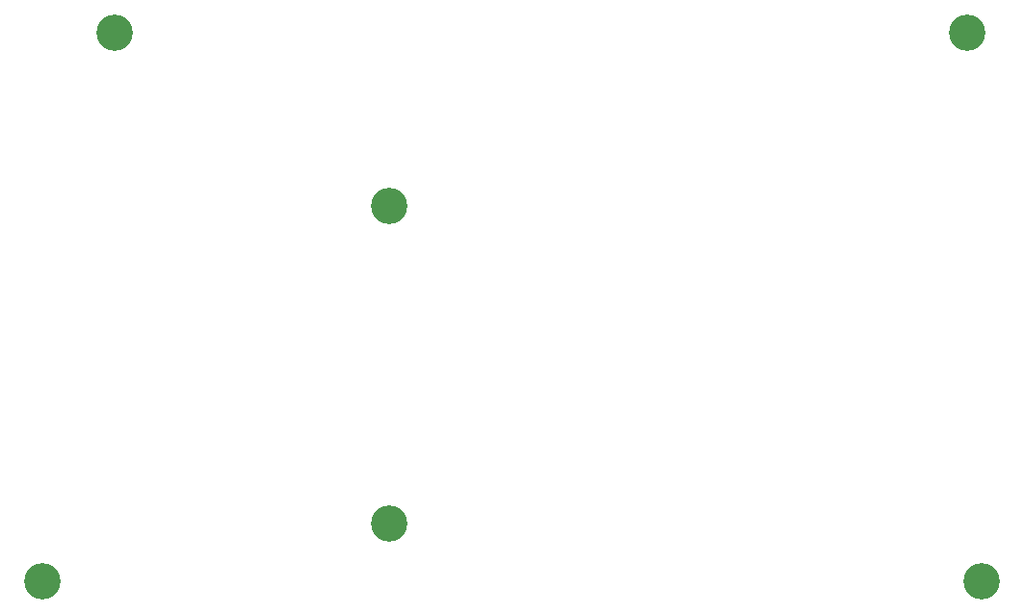
<source format=gbr>
%TF.GenerationSoftware,KiCad,Pcbnew,8.0.6*%
%TF.CreationDate,2024-12-20T15:34:35+02:00*%
%TF.ProjectId,Control_PCB,436f6e74-726f-46c5-9f50-43422e6b6963,rev?*%
%TF.SameCoordinates,Original*%
%TF.FileFunction,NonPlated,1,2,NPTH,Drill*%
%TF.FilePolarity,Positive*%
%FSLAX46Y46*%
G04 Gerber Fmt 4.6, Leading zero omitted, Abs format (unit mm)*
G04 Created by KiCad (PCBNEW 8.0.6) date 2024-12-20 15:34:35*
%MOMM*%
%LPD*%
G01*
G04 APERTURE LIST*
%TA.AperFunction,ComponentDrill*%
%ADD10C,3.200000*%
%TD*%
G04 APERTURE END LIST*
D10*
%TO.C,A1*%
X126464143Y-119287000D03*
X132814143Y-71027000D03*
X156944143Y-86267000D03*
X156944143Y-114207000D03*
X207744143Y-71027000D03*
X209014143Y-119287000D03*
M02*

</source>
